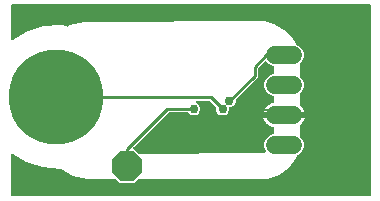
<source format=gbr>
G04 EAGLE Gerber RS-274X export*
G75*
%MOMM*%
%FSLAX34Y34*%
%LPD*%
%INBottom Copper*%
%IPPOS*%
%AMOC8*
5,1,8,0,0,1.08239X$1,22.5*%
G01*
%ADD10C,1.524000*%
%ADD11P,2.763017X8X112.500000*%
%ADD12C,8.000000*%
%ADD13C,0.756400*%
%ADD14C,0.152400*%
%ADD15C,0.254000*%

G36*
X402708Y171466D02*
X402708Y171466D01*
X402827Y171473D01*
X402865Y171486D01*
X402906Y171491D01*
X403016Y171534D01*
X403129Y171571D01*
X403164Y171593D01*
X403201Y171608D01*
X403297Y171678D01*
X403398Y171741D01*
X403426Y171771D01*
X403459Y171794D01*
X403535Y171886D01*
X403616Y171973D01*
X403636Y172008D01*
X403661Y172039D01*
X403712Y172147D01*
X403770Y172251D01*
X403780Y172291D01*
X403797Y172327D01*
X403819Y172444D01*
X403849Y172559D01*
X403853Y172620D01*
X403857Y172640D01*
X403855Y172660D01*
X403859Y172720D01*
X403859Y332740D01*
X403844Y332858D01*
X403837Y332977D01*
X403824Y333015D01*
X403819Y333056D01*
X403776Y333166D01*
X403739Y333279D01*
X403717Y333314D01*
X403702Y333351D01*
X403633Y333447D01*
X403569Y333548D01*
X403539Y333576D01*
X403516Y333609D01*
X403424Y333685D01*
X403337Y333766D01*
X403302Y333786D01*
X403271Y333811D01*
X403163Y333862D01*
X403059Y333920D01*
X403019Y333930D01*
X402983Y333947D01*
X402866Y333969D01*
X402751Y333999D01*
X402691Y334003D01*
X402671Y334007D01*
X402650Y334005D01*
X402590Y334009D01*
X100330Y334009D01*
X100212Y333994D01*
X100093Y333987D01*
X100055Y333974D01*
X100014Y333969D01*
X99904Y333926D01*
X99791Y333889D01*
X99756Y333867D01*
X99719Y333852D01*
X99623Y333783D01*
X99522Y333719D01*
X99494Y333689D01*
X99461Y333666D01*
X99386Y333574D01*
X99304Y333487D01*
X99284Y333452D01*
X99259Y333421D01*
X99208Y333313D01*
X99150Y333209D01*
X99140Y333169D01*
X99123Y333133D01*
X99101Y333016D01*
X99071Y332901D01*
X99067Y332841D01*
X99063Y332821D01*
X99065Y332800D01*
X99061Y332740D01*
X99061Y304924D01*
X99085Y304732D01*
X99100Y304609D01*
X99101Y304609D01*
X99167Y304441D01*
X99217Y304313D01*
X99218Y304313D01*
X99322Y304170D01*
X99404Y304056D01*
X99538Y303945D01*
X99649Y303853D01*
X99777Y303793D01*
X99937Y303717D01*
X100081Y303690D01*
X100249Y303657D01*
X100249Y303658D01*
X100250Y303657D01*
X100412Y303668D01*
X100566Y303677D01*
X100567Y303677D01*
X100730Y303730D01*
X100869Y303775D01*
X100870Y303776D01*
X101010Y303852D01*
X111531Y310529D01*
X126023Y315238D01*
X141231Y316195D01*
X146798Y315133D01*
X146850Y315129D01*
X146902Y315117D01*
X147008Y315120D01*
X147115Y315113D01*
X147167Y315123D01*
X147220Y315124D01*
X147322Y315152D01*
X147428Y315172D01*
X147475Y315195D01*
X147526Y315209D01*
X147670Y315280D01*
X149409Y316284D01*
X160585Y319279D01*
X166354Y319279D01*
X166355Y319279D01*
X166356Y319279D01*
X306177Y319528D01*
X306186Y319530D01*
X306195Y319529D01*
X306224Y319533D01*
X308599Y319533D01*
X308600Y319533D01*
X308601Y319533D01*
X310958Y319537D01*
X311024Y319533D01*
X313225Y319533D01*
X322140Y317144D01*
X330133Y312529D01*
X336659Y306003D01*
X340081Y300075D01*
X340091Y300063D01*
X340098Y300048D01*
X340187Y299936D01*
X340274Y299822D01*
X340286Y299812D01*
X340296Y299800D01*
X340411Y299713D01*
X340523Y299624D01*
X340538Y299618D01*
X340550Y299608D01*
X340695Y299537D01*
X343000Y298583D01*
X345573Y296010D01*
X346965Y292649D01*
X346965Y289011D01*
X345573Y285650D01*
X344034Y284112D01*
X343974Y284034D01*
X343906Y283962D01*
X343877Y283909D01*
X343840Y283861D01*
X343800Y283770D01*
X343752Y283683D01*
X343737Y283624D01*
X343713Y283569D01*
X343698Y283471D01*
X343673Y283375D01*
X343667Y283275D01*
X343663Y283255D01*
X343665Y283242D01*
X343663Y283214D01*
X343663Y273046D01*
X343675Y272947D01*
X343678Y272848D01*
X343695Y272790D01*
X343703Y272730D01*
X343739Y272638D01*
X343767Y272543D01*
X343797Y272491D01*
X343820Y272434D01*
X343878Y272354D01*
X343928Y272269D01*
X343994Y272194D01*
X344006Y272177D01*
X344016Y272169D01*
X344034Y272148D01*
X345573Y270610D01*
X346965Y267249D01*
X346965Y263611D01*
X345573Y260250D01*
X344034Y258712D01*
X343974Y258634D01*
X343906Y258562D01*
X343877Y258509D01*
X343840Y258461D01*
X343800Y258370D01*
X343752Y258283D01*
X343737Y258224D01*
X343713Y258169D01*
X343698Y258071D01*
X343673Y257975D01*
X343667Y257875D01*
X343663Y257855D01*
X343665Y257842D01*
X343663Y257814D01*
X343663Y248991D01*
X343668Y248952D01*
X343665Y248912D01*
X343688Y248795D01*
X343703Y248676D01*
X343717Y248639D01*
X343724Y248600D01*
X343775Y248491D01*
X343820Y248380D01*
X343843Y248348D01*
X343860Y248312D01*
X343936Y248220D01*
X344006Y248122D01*
X344037Y248097D01*
X344062Y248067D01*
X344186Y247964D01*
X344439Y247780D01*
X345570Y246649D01*
X346510Y245355D01*
X347236Y243930D01*
X347679Y242569D01*
X344932Y242569D01*
X344814Y242554D01*
X344695Y242547D01*
X344657Y242534D01*
X344616Y242529D01*
X344506Y242486D01*
X344393Y242449D01*
X344358Y242427D01*
X344321Y242412D01*
X344225Y242342D01*
X344124Y242279D01*
X344096Y242249D01*
X344063Y242225D01*
X343987Y242134D01*
X343906Y242047D01*
X343886Y242012D01*
X343861Y241981D01*
X343810Y241873D01*
X343752Y241769D01*
X343742Y241729D01*
X343725Y241693D01*
X343703Y241576D01*
X343673Y241461D01*
X343669Y241400D01*
X343665Y241380D01*
X343667Y241360D01*
X343663Y241300D01*
X343663Y238760D01*
X343678Y238642D01*
X343685Y238523D01*
X343698Y238485D01*
X343703Y238444D01*
X343746Y238334D01*
X343783Y238221D01*
X343805Y238186D01*
X343820Y238149D01*
X343889Y238053D01*
X343953Y237952D01*
X343983Y237924D01*
X344006Y237891D01*
X344098Y237816D01*
X344185Y237734D01*
X344220Y237714D01*
X344251Y237689D01*
X344359Y237638D01*
X344463Y237580D01*
X344503Y237570D01*
X344539Y237553D01*
X344656Y237531D01*
X344771Y237501D01*
X344831Y237497D01*
X344851Y237493D01*
X344872Y237495D01*
X344932Y237491D01*
X347679Y237491D01*
X347236Y236130D01*
X346510Y234705D01*
X345570Y233411D01*
X344439Y232280D01*
X344186Y232096D01*
X344157Y232069D01*
X344124Y232048D01*
X344042Y231960D01*
X343954Y231878D01*
X343933Y231845D01*
X343906Y231816D01*
X343848Y231711D01*
X343784Y231610D01*
X343771Y231572D01*
X343752Y231538D01*
X343722Y231422D01*
X343685Y231307D01*
X343683Y231268D01*
X343673Y231230D01*
X343663Y231069D01*
X343663Y222246D01*
X343675Y222147D01*
X343678Y222048D01*
X343695Y221990D01*
X343703Y221930D01*
X343739Y221838D01*
X343767Y221743D01*
X343797Y221691D01*
X343820Y221634D01*
X343878Y221554D01*
X343928Y221469D01*
X343994Y221394D01*
X344006Y221377D01*
X344016Y221369D01*
X344034Y221348D01*
X345573Y219810D01*
X346965Y216449D01*
X346965Y212811D01*
X345573Y209450D01*
X343000Y206877D01*
X341899Y206421D01*
X341770Y206348D01*
X341639Y206276D01*
X341632Y206269D01*
X341622Y206264D01*
X341516Y206160D01*
X341407Y206059D01*
X341402Y206050D01*
X341394Y206042D01*
X341317Y205916D01*
X341237Y205790D01*
X341231Y205777D01*
X341228Y205771D01*
X341223Y205757D01*
X341177Y205641D01*
X340480Y203496D01*
X334427Y195163D01*
X326094Y189110D01*
X316300Y185927D01*
X311171Y185927D01*
X311170Y185927D01*
X311169Y185927D01*
X206723Y185739D01*
X206626Y185727D01*
X206528Y185724D01*
X206469Y185707D01*
X206408Y185699D01*
X206317Y185662D01*
X206223Y185635D01*
X206170Y185604D01*
X206112Y185581D01*
X206033Y185523D01*
X205949Y185474D01*
X205871Y185405D01*
X205855Y185394D01*
X205848Y185385D01*
X205828Y185367D01*
X203022Y182562D01*
X191186Y182562D01*
X188415Y185333D01*
X188336Y185394D01*
X188262Y185463D01*
X188210Y185491D01*
X188163Y185528D01*
X188071Y185568D01*
X187984Y185616D01*
X187926Y185630D01*
X187872Y185654D01*
X187772Y185670D01*
X187676Y185695D01*
X187578Y185701D01*
X187557Y185704D01*
X187545Y185703D01*
X187515Y185704D01*
X172613Y185678D01*
X172605Y185677D01*
X172596Y185677D01*
X172566Y185673D01*
X170193Y185673D01*
X170192Y185673D01*
X170191Y185673D01*
X167833Y185669D01*
X167766Y185673D01*
X163893Y185673D01*
X151748Y188928D01*
X141773Y194687D01*
X141725Y194707D01*
X141680Y194735D01*
X141579Y194768D01*
X141480Y194810D01*
X141428Y194818D01*
X141378Y194834D01*
X141218Y194854D01*
X126023Y195810D01*
X111531Y200519D01*
X101011Y207195D01*
X101010Y207195D01*
X101010Y207196D01*
X100850Y207271D01*
X100723Y207331D01*
X100722Y207331D01*
X100546Y207365D01*
X100411Y207391D01*
X100410Y207391D01*
X100247Y207380D01*
X100093Y207371D01*
X99917Y207314D01*
X99791Y207273D01*
X99790Y207273D01*
X99647Y207182D01*
X99522Y207103D01*
X99522Y207102D01*
X99521Y207102D01*
X99418Y206992D01*
X99304Y206871D01*
X99209Y206699D01*
X99150Y206592D01*
X99106Y206421D01*
X99071Y206285D01*
X99071Y206284D01*
X99061Y206124D01*
X99061Y172720D01*
X99076Y172602D01*
X99083Y172483D01*
X99096Y172445D01*
X99101Y172404D01*
X99144Y172294D01*
X99181Y172181D01*
X99203Y172146D01*
X99218Y172109D01*
X99288Y172013D01*
X99351Y171912D01*
X99381Y171884D01*
X99404Y171851D01*
X99496Y171776D01*
X99583Y171694D01*
X99618Y171674D01*
X99649Y171649D01*
X99757Y171598D01*
X99861Y171540D01*
X99901Y171530D01*
X99937Y171513D01*
X100054Y171491D01*
X100169Y171461D01*
X100230Y171457D01*
X100250Y171453D01*
X100270Y171455D01*
X100330Y171451D01*
X402590Y171451D01*
X402708Y171466D01*
G37*
G36*
X308717Y207768D02*
X308717Y207768D01*
X308725Y207769D01*
X308734Y207769D01*
X308764Y207773D01*
X311150Y207773D01*
X311172Y207775D01*
X311250Y207777D01*
X312720Y207892D01*
X312788Y207906D01*
X312856Y207911D01*
X313012Y207951D01*
X313854Y208224D01*
X313862Y208228D01*
X313872Y208230D01*
X314006Y208295D01*
X314141Y208359D01*
X314149Y208366D01*
X314158Y208370D01*
X314271Y208467D01*
X314387Y208562D01*
X314392Y208570D01*
X314400Y208576D01*
X314485Y208698D01*
X314574Y208819D01*
X314577Y208828D01*
X314583Y208836D01*
X314635Y208975D01*
X314691Y209115D01*
X314692Y209124D01*
X314695Y209133D01*
X314712Y209282D01*
X314731Y209430D01*
X314730Y209440D01*
X314731Y209450D01*
X314710Y209597D01*
X314691Y209746D01*
X314688Y209755D01*
X314686Y209764D01*
X314634Y209917D01*
X313435Y212811D01*
X313435Y216449D01*
X314827Y219810D01*
X317400Y222383D01*
X320854Y223813D01*
X320864Y223815D01*
X320974Y223858D01*
X321087Y223895D01*
X321122Y223917D01*
X321159Y223932D01*
X321255Y224001D01*
X321356Y224065D01*
X321384Y224095D01*
X321417Y224118D01*
X321493Y224210D01*
X321574Y224297D01*
X321594Y224332D01*
X321619Y224363D01*
X321670Y224471D01*
X321728Y224575D01*
X321738Y224615D01*
X321755Y224651D01*
X321777Y224768D01*
X321807Y224883D01*
X321811Y224943D01*
X321815Y224963D01*
X321813Y224984D01*
X321817Y225044D01*
X321817Y228779D01*
X321815Y228799D01*
X321817Y228818D01*
X321795Y228956D01*
X321777Y229095D01*
X321770Y229113D01*
X321767Y229133D01*
X321712Y229261D01*
X321660Y229391D01*
X321649Y229406D01*
X321641Y229424D01*
X321556Y229535D01*
X321474Y229648D01*
X321458Y229660D01*
X321446Y229676D01*
X321336Y229762D01*
X321229Y229851D01*
X321211Y229859D01*
X321195Y229871D01*
X321067Y229927D01*
X320941Y229986D01*
X320922Y229990D01*
X320904Y229998D01*
X320747Y230033D01*
X320201Y230119D01*
X318680Y230614D01*
X317255Y231340D01*
X315961Y232280D01*
X314830Y233411D01*
X313890Y234705D01*
X313164Y236130D01*
X312721Y237491D01*
X320548Y237491D01*
X320666Y237506D01*
X320785Y237513D01*
X320823Y237526D01*
X320864Y237531D01*
X320974Y237574D01*
X321087Y237611D01*
X321122Y237633D01*
X321159Y237648D01*
X321255Y237718D01*
X321356Y237781D01*
X321384Y237811D01*
X321417Y237834D01*
X321493Y237926D01*
X321574Y238013D01*
X321594Y238048D01*
X321619Y238079D01*
X321670Y238187D01*
X321728Y238291D01*
X321738Y238331D01*
X321755Y238367D01*
X321777Y238484D01*
X321807Y238599D01*
X321811Y238660D01*
X321815Y238680D01*
X321813Y238700D01*
X321817Y238760D01*
X321817Y241300D01*
X321802Y241418D01*
X321795Y241537D01*
X321782Y241575D01*
X321777Y241615D01*
X321734Y241726D01*
X321697Y241839D01*
X321675Y241874D01*
X321660Y241911D01*
X321591Y242007D01*
X321527Y242108D01*
X321497Y242136D01*
X321474Y242169D01*
X321382Y242244D01*
X321295Y242326D01*
X321260Y242346D01*
X321229Y242371D01*
X321121Y242422D01*
X321017Y242480D01*
X320977Y242490D01*
X320941Y242507D01*
X320824Y242529D01*
X320709Y242559D01*
X320649Y242563D01*
X320629Y242567D01*
X320608Y242565D01*
X320548Y242569D01*
X312721Y242569D01*
X313164Y243930D01*
X313890Y245355D01*
X314830Y246649D01*
X315961Y247780D01*
X317255Y248720D01*
X318680Y249446D01*
X320201Y249941D01*
X320747Y250027D01*
X320765Y250032D01*
X320785Y250034D01*
X320918Y250077D01*
X321052Y250116D01*
X321069Y250126D01*
X321087Y250132D01*
X321205Y250206D01*
X321326Y250278D01*
X321340Y250291D01*
X321356Y250302D01*
X321452Y250404D01*
X321551Y250502D01*
X321561Y250519D01*
X321574Y250533D01*
X321642Y250656D01*
X321713Y250776D01*
X321718Y250795D01*
X321728Y250812D01*
X321762Y250947D01*
X321802Y251081D01*
X321802Y251101D01*
X321807Y251120D01*
X321817Y251281D01*
X321817Y255016D01*
X321802Y255134D01*
X321795Y255253D01*
X321782Y255291D01*
X321777Y255332D01*
X321734Y255442D01*
X321697Y255555D01*
X321675Y255590D01*
X321660Y255627D01*
X321591Y255723D01*
X321527Y255824D01*
X321497Y255852D01*
X321474Y255885D01*
X321382Y255961D01*
X321295Y256042D01*
X321260Y256062D01*
X321229Y256087D01*
X321121Y256138D01*
X321017Y256196D01*
X320977Y256206D01*
X320941Y256223D01*
X320886Y256233D01*
X317400Y257677D01*
X314827Y260250D01*
X313435Y263611D01*
X313435Y267249D01*
X314827Y270610D01*
X317400Y273183D01*
X320854Y274613D01*
X320864Y274615D01*
X320974Y274658D01*
X321087Y274695D01*
X321122Y274717D01*
X321159Y274732D01*
X321255Y274801D01*
X321356Y274865D01*
X321384Y274895D01*
X321417Y274918D01*
X321493Y275010D01*
X321574Y275097D01*
X321594Y275132D01*
X321619Y275163D01*
X321670Y275271D01*
X321728Y275375D01*
X321738Y275415D01*
X321755Y275451D01*
X321777Y275568D01*
X321807Y275683D01*
X321811Y275743D01*
X321815Y275763D01*
X321813Y275784D01*
X321817Y275844D01*
X321817Y280416D01*
X321802Y280534D01*
X321795Y280653D01*
X321782Y280691D01*
X321777Y280732D01*
X321734Y280842D01*
X321697Y280955D01*
X321675Y280990D01*
X321660Y281027D01*
X321591Y281123D01*
X321527Y281224D01*
X321497Y281252D01*
X321474Y281285D01*
X321382Y281361D01*
X321295Y281442D01*
X321260Y281462D01*
X321229Y281487D01*
X321121Y281538D01*
X321017Y281596D01*
X320977Y281606D01*
X320941Y281623D01*
X320886Y281633D01*
X317400Y283077D01*
X315177Y285300D01*
X315083Y285373D01*
X314994Y285452D01*
X314958Y285470D01*
X314926Y285495D01*
X314817Y285542D01*
X314711Y285596D01*
X314671Y285605D01*
X314634Y285621D01*
X314517Y285640D01*
X314401Y285666D01*
X314360Y285665D01*
X314320Y285671D01*
X314202Y285660D01*
X314083Y285656D01*
X314044Y285645D01*
X314004Y285641D01*
X313891Y285601D01*
X313777Y285568D01*
X313742Y285547D01*
X313704Y285534D01*
X313606Y285467D01*
X313503Y285406D01*
X313458Y285367D01*
X313441Y285355D01*
X313428Y285340D01*
X313382Y285300D01*
X308474Y280392D01*
X308414Y280314D01*
X308346Y280242D01*
X308317Y280189D01*
X308280Y280141D01*
X308240Y280050D01*
X308192Y279963D01*
X308177Y279905D01*
X308153Y279849D01*
X308138Y279751D01*
X308113Y279655D01*
X308107Y279555D01*
X308103Y279535D01*
X308105Y279523D01*
X308103Y279495D01*
X308103Y272400D01*
X289650Y253948D01*
X289590Y253870D01*
X289522Y253798D01*
X289493Y253745D01*
X289456Y253697D01*
X289416Y253606D01*
X289368Y253519D01*
X289353Y253461D01*
X289329Y253405D01*
X289314Y253307D01*
X289289Y253211D01*
X289283Y253111D01*
X289279Y253091D01*
X289281Y253079D01*
X289279Y253051D01*
X289279Y251166D01*
X288471Y249216D01*
X286978Y247723D01*
X285028Y246915D01*
X284706Y246915D01*
X284588Y246900D01*
X284469Y246893D01*
X284431Y246880D01*
X284390Y246875D01*
X284280Y246832D01*
X284167Y246795D01*
X284132Y246773D01*
X284095Y246758D01*
X283999Y246689D01*
X283898Y246625D01*
X283870Y246595D01*
X283837Y246572D01*
X283761Y246480D01*
X283680Y246393D01*
X283660Y246358D01*
X283635Y246327D01*
X283584Y246219D01*
X283526Y246115D01*
X283516Y246075D01*
X283499Y246039D01*
X283477Y245922D01*
X283447Y245807D01*
X283443Y245747D01*
X283439Y245727D01*
X283441Y245706D01*
X283437Y245646D01*
X283437Y244054D01*
X282629Y242104D01*
X281136Y240611D01*
X279186Y239803D01*
X277074Y239803D01*
X275124Y240611D01*
X273631Y242104D01*
X272823Y244054D01*
X272823Y245939D01*
X272811Y246037D01*
X272808Y246136D01*
X272791Y246194D01*
X272783Y246254D01*
X272747Y246346D01*
X272719Y246441D01*
X272689Y246494D01*
X272666Y246550D01*
X272608Y246630D01*
X272558Y246715D01*
X272492Y246791D01*
X272480Y246807D01*
X272470Y246815D01*
X272452Y246836D01*
X267438Y251850D01*
X267360Y251910D01*
X267288Y251978D01*
X267235Y252007D01*
X267187Y252044D01*
X267096Y252084D01*
X267009Y252132D01*
X266951Y252147D01*
X266895Y252171D01*
X266797Y252186D01*
X266701Y252211D01*
X266601Y252217D01*
X266581Y252221D01*
X266569Y252219D01*
X266541Y252221D01*
X257080Y252221D01*
X257011Y252213D01*
X256941Y252214D01*
X256854Y252193D01*
X256764Y252181D01*
X256700Y252156D01*
X256632Y252139D01*
X256552Y252097D01*
X256469Y252064D01*
X256412Y252023D01*
X256351Y251991D01*
X256284Y251930D01*
X256211Y251878D01*
X256167Y251824D01*
X256115Y251777D01*
X256066Y251702D01*
X256009Y251633D01*
X255979Y251569D01*
X255940Y251511D01*
X255911Y251426D01*
X255873Y251345D01*
X255860Y251276D01*
X255837Y251210D01*
X255830Y251121D01*
X255813Y251033D01*
X255818Y250963D01*
X255812Y250893D01*
X255827Y250805D01*
X255833Y250715D01*
X255855Y250649D01*
X255866Y250580D01*
X255903Y250498D01*
X255931Y250413D01*
X255968Y250354D01*
X255997Y250290D01*
X256053Y250220D01*
X256101Y250144D01*
X256152Y250096D01*
X256196Y250042D01*
X256268Y249987D01*
X256333Y249926D01*
X256394Y249892D01*
X256450Y249850D01*
X256594Y249779D01*
X257006Y249609D01*
X258499Y248116D01*
X259307Y246166D01*
X259307Y244054D01*
X258499Y242104D01*
X257006Y240611D01*
X255056Y239803D01*
X252944Y239803D01*
X250994Y240611D01*
X249662Y241944D01*
X249583Y242004D01*
X249511Y242072D01*
X249458Y242101D01*
X249410Y242138D01*
X249320Y242178D01*
X249233Y242226D01*
X249174Y242241D01*
X249119Y242265D01*
X249021Y242280D01*
X248925Y242305D01*
X248825Y242311D01*
X248804Y242315D01*
X248792Y242313D01*
X248764Y242315D01*
X232569Y242315D01*
X232471Y242303D01*
X232372Y242300D01*
X232314Y242283D01*
X232254Y242275D01*
X232162Y242239D01*
X232067Y242211D01*
X232014Y242181D01*
X231958Y242158D01*
X231878Y242100D01*
X231793Y242050D01*
X231717Y241984D01*
X231701Y241972D01*
X231693Y241962D01*
X231672Y241944D01*
X202842Y213114D01*
X202769Y213019D01*
X202690Y212930D01*
X202672Y212894D01*
X202647Y212862D01*
X202600Y212753D01*
X202546Y212647D01*
X202537Y212608D01*
X202521Y212571D01*
X202502Y212453D01*
X202476Y212337D01*
X202477Y212296D01*
X202471Y212256D01*
X202482Y212138D01*
X202486Y212019D01*
X202497Y211980D01*
X202501Y211940D01*
X202541Y211828D01*
X202574Y211713D01*
X202595Y211679D01*
X202608Y211641D01*
X202675Y211542D01*
X202736Y211439D01*
X202775Y211394D01*
X202787Y211377D01*
X202802Y211364D01*
X202842Y211319D01*
X206204Y207957D01*
X206283Y207896D01*
X206356Y207827D01*
X206408Y207799D01*
X206455Y207762D01*
X206547Y207722D01*
X206635Y207674D01*
X206692Y207659D01*
X206747Y207636D01*
X206846Y207620D01*
X206943Y207595D01*
X207040Y207589D01*
X207061Y207586D01*
X207074Y207587D01*
X207103Y207585D01*
X308717Y207768D01*
G37*
D10*
X322580Y290830D02*
X337820Y290830D01*
X337820Y265430D02*
X322580Y265430D01*
X322580Y240030D02*
X337820Y240030D01*
X337820Y214630D02*
X322580Y214630D01*
D11*
X197104Y196850D03*
D12*
X137414Y255524D03*
D13*
X288290Y244122D03*
D14*
X312674Y244122D01*
X326108Y244122D01*
X330200Y240030D01*
X312674Y244122D02*
X312674Y278142D01*
X313445Y278142D01*
D13*
X313445Y278142D03*
X254000Y245110D03*
D15*
X230886Y245110D02*
X197104Y211328D01*
X197104Y196850D01*
X230886Y245110D02*
X254000Y245110D01*
D13*
X278130Y245110D03*
D15*
X268224Y255016D01*
D14*
X137922Y255016D02*
X137414Y255524D01*
D15*
X137922Y255016D02*
X268224Y255016D01*
X314960Y290830D02*
X330200Y290830D01*
X314960Y290830D02*
X305308Y281178D01*
X305308Y273558D01*
X283972Y252222D01*
D13*
X283972Y252222D03*
M02*

</source>
